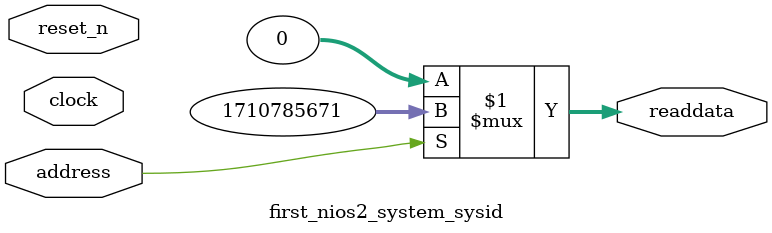
<source format=v>



// synthesis translate_off
`timescale 1ns / 1ps
// synthesis translate_on

// turn off superfluous verilog processor warnings 
// altera message_level Level1 
// altera message_off 10034 10035 10036 10037 10230 10240 10030 

module first_nios2_system_sysid (
               // inputs:
                address,
                clock,
                reset_n,

               // outputs:
                readdata
             )
;

  output  [ 31: 0] readdata;
  input            address;
  input            clock;
  input            reset_n;

  wire    [ 31: 0] readdata;
  //control_slave, which is an e_avalon_slave
  assign readdata = address ? 1710785671 : 0;

endmodule



</source>
